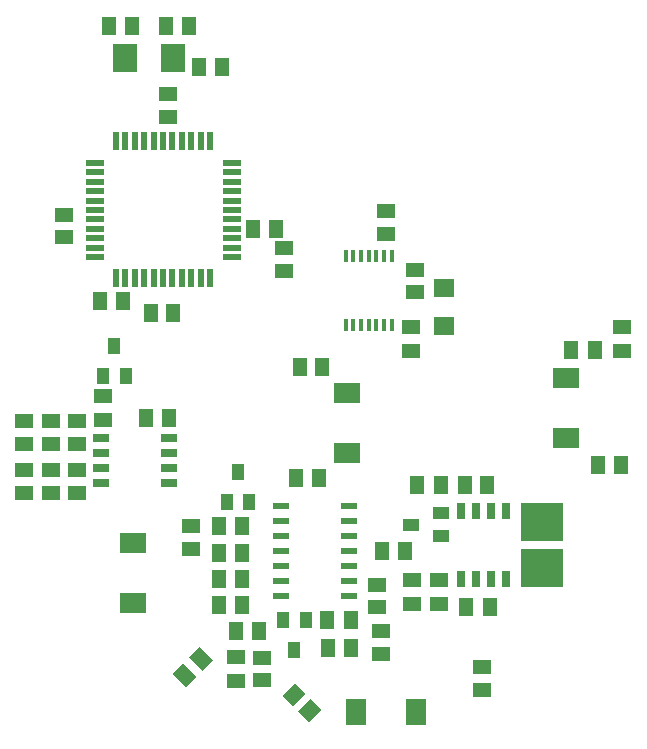
<source format=gbr>
G04 EAGLE Gerber X2 export*
%TF.Part,Single*%
%TF.FileFunction,Paste,Top*%
%TF.FilePolarity,Positive*%
%TF.GenerationSoftware,Autodesk,EAGLE,8.6.3*%
%TF.CreationDate,2019-07-12T16:26:13Z*%
G75*
%MOMM*%
%FSLAX34Y34*%
%LPD*%
%AMOC8*
5,1,8,0,0,1.08239X$1,22.5*%
G01*
%ADD10R,1.300000X1.500000*%
%ADD11R,1.500000X1.300000*%
%ADD12R,1.803000X1.600000*%
%ADD13R,2.200000X1.800000*%
%ADD14R,1.400000X1.000000*%
%ADD15R,1.800000X2.200000*%
%ADD16R,1.000000X1.400000*%
%ADD17R,0.635000X1.422400*%
%ADD18R,0.304800X0.990600*%
%ADD19R,1.422400X0.635000*%
%ADD20R,2.000000X2.400000*%
%ADD21R,1.300000X1.600000*%
%ADD22R,1.600000X1.300000*%
%ADD23R,3.600000X3.250000*%
%ADD24R,0.500000X1.500000*%
%ADD25R,1.500000X0.500000*%
%ADD26R,1.400000X0.600000*%


D10*
X312738Y128588D03*
X293688Y128588D03*
D11*
X334963Y182563D03*
X334963Y163513D03*
D10*
X201613Y165100D03*
X220663Y165100D03*
X156766Y655241D03*
X175816Y655241D03*
X127397Y655241D03*
X108347Y655241D03*
X162719Y412750D03*
X143669Y412750D03*
D11*
X256778Y448072D03*
X256778Y467122D03*
D10*
X522288Y284163D03*
X541338Y284163D03*
D11*
X367109Y449263D03*
X367109Y430213D03*
D12*
X391716Y401638D03*
X391716Y433388D03*
D11*
X36513Y279400D03*
X36513Y260350D03*
D10*
X158750Y323850D03*
X139700Y323850D03*
D11*
X36513Y320675D03*
X36513Y301625D03*
X177800Y231775D03*
X177800Y212725D03*
X238125Y120650D03*
X238125Y101600D03*
D10*
X409575Y266700D03*
X428625Y266700D03*
D11*
X423863Y112713D03*
X423863Y93663D03*
D10*
X266700Y273050D03*
X285750Y273050D03*
X269875Y366713D03*
X288925Y366713D03*
X339725Y211138D03*
X358775Y211138D03*
G36*
X278905Y85714D02*
X288097Y76522D01*
X277491Y65916D01*
X268299Y75108D01*
X278905Y85714D01*
G37*
G36*
X265434Y99184D02*
X274626Y89992D01*
X264020Y79386D01*
X254828Y88578D01*
X265434Y99184D01*
G37*
D13*
X495300Y306288D03*
X495300Y357288D03*
D14*
X363538Y233363D03*
X388938Y242888D03*
X388938Y223838D03*
D13*
X309563Y293588D03*
X309563Y344588D03*
D15*
X368400Y74613D03*
X317400Y74613D03*
D13*
X128588Y166588D03*
X128588Y217588D03*
D16*
X265113Y127000D03*
X255588Y152400D03*
X274638Y152400D03*
D17*
X444500Y187325D03*
X431800Y187325D03*
X419100Y187325D03*
X406400Y187325D03*
X444500Y244475D03*
X431800Y244475D03*
X419100Y244475D03*
X406400Y244475D03*
D18*
X347716Y460581D03*
X341216Y460581D03*
X334716Y460581D03*
X328216Y460581D03*
X321716Y460581D03*
X315216Y460581D03*
X308716Y460581D03*
X308716Y402225D03*
X315216Y402225D03*
X321716Y402225D03*
X328216Y402225D03*
X334716Y402225D03*
X341216Y402225D03*
X347716Y402225D03*
D19*
X158750Y306388D03*
X158750Y293688D03*
X158750Y280988D03*
X158750Y268288D03*
X101600Y306388D03*
X101600Y293688D03*
X101600Y280988D03*
X101600Y268288D03*
D20*
X122081Y628253D03*
X162081Y628253D03*
D21*
X499588Y381000D03*
X519588Y381000D03*
D22*
X338138Y123350D03*
X338138Y143350D03*
D21*
X201138Y187325D03*
X221138Y187325D03*
X184072Y621109D03*
X204072Y621109D03*
D22*
X364331Y400525D03*
X364331Y380525D03*
X80963Y259875D03*
X80963Y279875D03*
X58738Y279875D03*
X58738Y259875D03*
X80963Y301150D03*
X80963Y321150D03*
X58738Y301150D03*
X58738Y321150D03*
D21*
X221138Y209550D03*
X201138Y209550D03*
X221138Y231775D03*
X201138Y231775D03*
D22*
X542925Y380525D03*
X542925Y400525D03*
D21*
X235425Y142875D03*
X215425Y142875D03*
D22*
X215900Y121125D03*
X215900Y101125D03*
D23*
X474663Y235150D03*
X474663Y196650D03*
D21*
X430688Y163513D03*
X410688Y163513D03*
X389413Y266700D03*
X369413Y266700D03*
X293213Y152400D03*
X313213Y152400D03*
G36*
X182569Y104581D02*
X173376Y95388D01*
X162063Y106701D01*
X171256Y115894D01*
X182569Y104581D01*
G37*
G36*
X196712Y118724D02*
X187519Y109531D01*
X176206Y120844D01*
X185399Y130037D01*
X196712Y118724D01*
G37*
D22*
X387350Y166213D03*
X387350Y186213D03*
X365125Y186213D03*
X365125Y166213D03*
D16*
X112713Y384175D03*
X122238Y358775D03*
X103188Y358775D03*
X217488Y277813D03*
X227013Y252413D03*
X207963Y252413D03*
D24*
X193988Y557666D03*
X185988Y557666D03*
X177988Y557666D03*
X169988Y557666D03*
X161988Y557666D03*
X153988Y557666D03*
X145988Y557666D03*
X137988Y557666D03*
X129988Y557666D03*
X121988Y557666D03*
X113988Y557666D03*
D25*
X95988Y539666D03*
X95988Y531666D03*
X95988Y523666D03*
X95988Y515666D03*
X95988Y507666D03*
X95988Y499666D03*
X95988Y491666D03*
X95988Y483666D03*
X95988Y475666D03*
X95988Y467666D03*
X95988Y459666D03*
D24*
X113988Y441666D03*
X121988Y441666D03*
X129988Y441666D03*
X137988Y441666D03*
X145988Y441666D03*
X153988Y441666D03*
X161988Y441666D03*
X169988Y441666D03*
X177988Y441666D03*
X185988Y441666D03*
X193988Y441666D03*
D25*
X211988Y459666D03*
X211988Y467666D03*
X211988Y475666D03*
X211988Y483666D03*
X211988Y491666D03*
X211988Y499666D03*
X211988Y507666D03*
X211988Y515666D03*
X211988Y523666D03*
X211988Y531666D03*
X211988Y539666D03*
D11*
X158353Y578644D03*
X158353Y597694D03*
X69850Y495697D03*
X69850Y476647D03*
D10*
X230188Y483791D03*
X249238Y483791D03*
X119856Y422275D03*
X100806Y422275D03*
D26*
X311575Y173038D03*
X311575Y185738D03*
X311575Y198438D03*
X311575Y211138D03*
X311575Y223838D03*
X311575Y236538D03*
X311575Y249238D03*
X253575Y249238D03*
X253575Y236538D03*
X253575Y223838D03*
X253575Y211138D03*
X253575Y198438D03*
X253575Y185738D03*
X253575Y173038D03*
D22*
X103188Y321788D03*
X103188Y341788D03*
X342503Y498950D03*
X342503Y478950D03*
M02*

</source>
